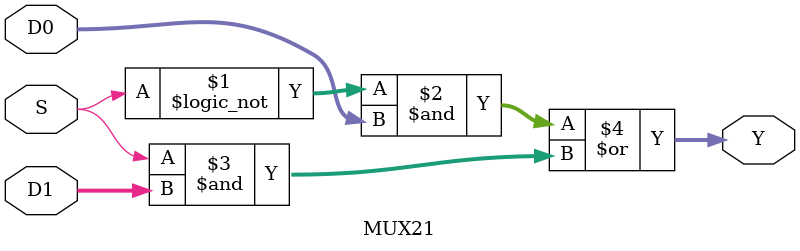
<source format=v>
`timescale 1ns / 1ps
module MUX21(D0, D1, S, Y);

input S; //select line
input [31:0] D0, D1;

output [31:0] Y;

assign Y = (!S & D0) | (S & D1);


endmodule

</source>
